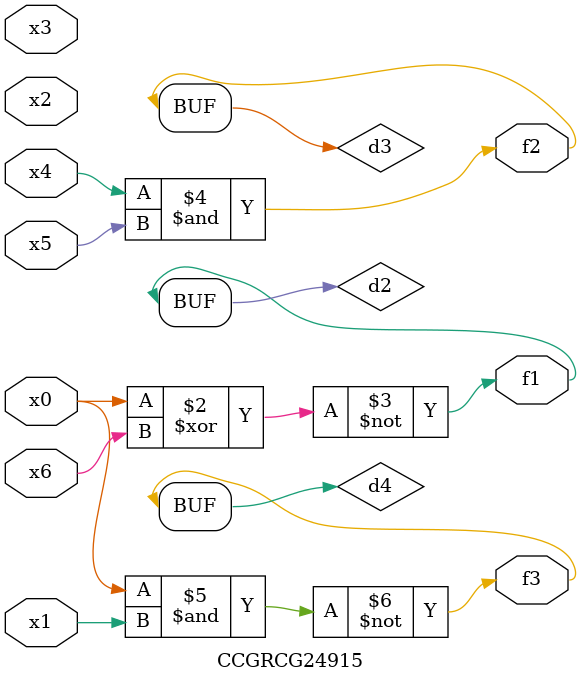
<source format=v>
module CCGRCG24915(
	input x0, x1, x2, x3, x4, x5, x6,
	output f1, f2, f3
);

	wire d1, d2, d3, d4;

	nor (d1, x0);
	xnor (d2, x0, x6);
	and (d3, x4, x5);
	nand (d4, x0, x1);
	assign f1 = d2;
	assign f2 = d3;
	assign f3 = d4;
endmodule

</source>
